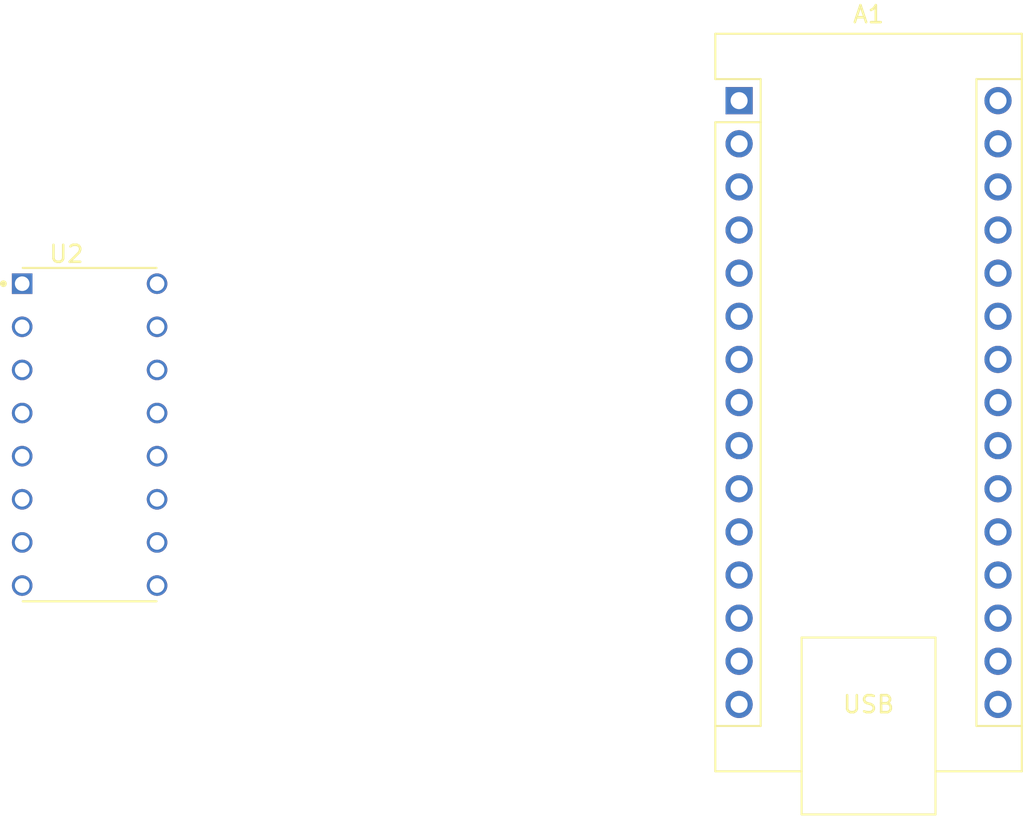
<source format=kicad_pcb>
(kicad_pcb (version 20240108) (generator "pcbnew") (generator_version "8.0")
  (layers (0 "F.Cu" signal) (31 "B.Cu" signal) (34 "B.Paste" user) (35 "F.Paste" user) (36 "B.SilkS" user "B.Silkscreen") (37 "F.SilkS" user "F.Silkscreen") (38 "B.Mask" user) (39 "F.Mask" user) (44 "Edge.Cuts" user))
  (net 0 "")
  (net 1 "F_Lung_SEL")
  (net 2 "MUX_Update_2")
  (net 7 "GND")
  (net 10 "F_General_SEL")
  (net 15 "MUX_Update_3")
  (net 19 "MUX_Update_1")
  (net 21 "+5V")
  (net 25 "F_SQE_SEL")
  (net 27 "F_S1_SEL")
  (net 30 "F_SQE_IN")
  (net 31 "F_Lung_IN")
  (net 32 "F_Lung_OUT")
  (net 33 "F_General_IN")
  (net 34 "F_General_OUT")
  (net 35 "F_S1_IN")
  (net 36 "F_SQE_OUT")
  (net 37 "F_S1_OUT")
  (net 38 "-12V")
  (net 39 "+12V")
  (footprint "Module:Arduino_Nano" (layer "F.Cu") (at 168.76 43.44)
    (property "Reference" "A1" (at 7.62 -5.08 0) (layer "F.SilkS"))
    (property "Value" "Arduino_Nano_v2.x")
    (fp_line (start -1.4 -3.94) (end -1.4 -1.27) (stroke (width 0.12)) (layer "F.SilkS"))
    (fp_line (start -1.4 1.27) (end -1.4 39.5) (stroke (width 0.12)) (layer "F.SilkS"))
    (fp_line (start -1.4 39.5) (end 3.68 39.5) (stroke (width 0.12)) (layer "F.SilkS"))
    (fp_line (start 1.27 -1.27) (end -1.4 -1.27) (stroke (width 0.12)) (layer "F.SilkS"))
    (fp_line (start 1.27 1.27) (end -1.4 1.27) (stroke (width 0.12)) (layer "F.SilkS"))
    (fp_line (start 1.27 1.27) (end 1.27 -1.27) (stroke (width 0.12)) (layer "F.SilkS"))
    (fp_line (start 1.27 1.27) (end 1.27 36.83) (stroke (width 0.12)) (layer "F.SilkS"))
    (fp_line (start 1.27 36.83) (end -1.4 36.83) (stroke (width 0.12)) (layer "F.SilkS"))
    (fp_line (start 3.68 31.62) (end 11.56 31.62) (stroke (width 0.12)) (layer "F.SilkS"))
    (fp_line (start 3.68 42.04) (end 3.68 31.62) (stroke (width 0.12)) (layer "F.SilkS"))
    (fp_line (start 11.56 31.62) (end 11.56 42.04) (stroke (width 0.12)) (layer "F.SilkS"))
    (fp_line (start 11.56 42.04) (end 3.68 42.04) (stroke (width 0.12)) (layer "F.SilkS"))
    (fp_line (start 13.97 -1.27) (end 13.97 36.83) (stroke (width 0.12)) (layer "F.SilkS"))
    (fp_line (start 13.97 -1.27) (end 16.64 -1.27) (stroke (width 0.12)) (layer "F.SilkS"))
    (fp_line (start 13.97 36.83) (end 16.64 36.83) (stroke (width 0.12)) (layer "F.SilkS"))
    (fp_line (start 16.64 -3.94) (end -1.4 -3.94) (stroke (width 0.12)) (layer "F.SilkS"))
    (fp_line (start 16.64 39.5) (end 11.56 39.5) (stroke (width 0.12)) (layer "F.SilkS"))
    (fp_line (start 16.64 39.5) (end 16.64 -3.94) (stroke (width 0.12)) (layer "F.SilkS"))
    (fp_text user "USB" (at 7.62 35.56 0) (layer "F.SilkS"))
    (pad "1" thru_hole rect (at 0 0) (size 1.6 1.6) (drill 1) (layers "*.Cu" "*.Mask"))
    (pad "2" thru_hole oval (at 0 2.54) (size 1.6 1.6) (drill 1) (layers "*.Cu" "*.Mask"))
    (pad "3" thru_hole oval (at 0 5.08) (size 1.6 1.6) (drill 1) (layers "*.Cu" "*.Mask"))
    (pad "4" thru_hole oval (at 0 7.62) (size 1.6 1.6) (drill 1) (layers "*.Cu" "*.Mask") (net 7 "GND"))
    (pad "5" thru_hole oval (at 0 10.16) (size 1.6 1.6) (drill 1) (layers "*.Cu" "*.Mask"))
    (pad "6" thru_hole oval (at 0 12.7) (size 1.6 1.6) (drill 1) (layers "*.Cu" "*.Mask") (net 19 "MUX_Update_1"))
    (pad "7" thru_hole oval (at 0 15.24) (size 1.6 1.6) (drill 1) (layers "*.Cu" "*.Mask") (net 2 "MUX_Update_2"))
    (pad "8" thru_hole oval (at 0 17.78) (size 1.6 1.6) (drill 1) (layers "*.Cu" "*.Mask") (net 15 "MUX_Update_3"))
    (pad "9" thru_hole oval (at 0 20.32) (size 1.6 1.6) (drill 1) (layers "*.Cu" "*.Mask") (net 27 "F_S1_SEL"))
    (pad "10" thru_hole oval (at 0 22.86) (size 1.6 1.6) (drill 1) (layers "*.Cu" "*.Mask") (net 1 "F_Lung_SEL"))
    (pad "11" thru_hole oval (at 0 25.4) (size 1.6 1.6) (drill 1) (layers "*.Cu" "*.Mask") (net 10 "F_General_SEL"))
    (pad "12" thru_hole oval (at 0 27.94) (size 1.6 1.6) (drill 1) (layers "*.Cu" "*.Mask") (net 25 "F_SQE_SEL"))
    (pad "13" thru_hole oval (at 0 30.48) (size 1.6 1.6) (drill 1) (layers "*.Cu" "*.Mask"))
    (pad "14" thru_hole oval (at 0 33.02) (size 1.6 1.6) (drill 1) (layers "*.Cu" "*.Mask"))
    (pad "15" thru_hole oval (at 0 35.56) (size 1.6 1.6) (drill 1) (layers "*.Cu" "*.Mask"))
    (pad "16" thru_hole oval (at 15.24 35.56) (size 1.6 1.6) (drill 1) (layers "*.Cu" "*.Mask"))
    (pad "17" thru_hole oval (at 15.24 33.02) (size 1.6 1.6) (drill 1) (layers "*.Cu" "*.Mask"))
    (pad "18" thru_hole oval (at 15.24 30.48) (size 1.6 1.6) (drill 1) (layers "*.Cu" "*.Mask"))
    (pad "19" thru_hole oval (at 15.24 27.94) (size 1.6 1.6) (drill 1) (layers "*.Cu" "*.Mask"))
    (pad "20" thru_hole oval (at 15.24 25.4) (size 1.6 1.6) (drill 1) (layers "*.Cu" "*.Mask"))
    (pad "21" thru_hole oval (at 15.24 22.86) (size 1.6 1.6) (drill 1) (layers "*.Cu" "*.Mask"))
    (pad "22" thru_hole oval (at 15.24 20.32) (size 1.6 1.6) (drill 1) (layers "*.Cu" "*.Mask"))
    (pad "23" thru_hole oval (at 15.24 17.78) (size 1.6 1.6) (drill 1) (layers "*.Cu" "*.Mask"))
    (pad "24" thru_hole oval (at 15.24 15.24) (size 1.6 1.6) (drill 1) (layers "*.Cu" "*.Mask"))
    (pad "25" thru_hole oval (at 15.24 12.7) (size 1.6 1.6) (drill 1) (layers "*.Cu" "*.Mask"))
    (pad "26" thru_hole oval (at 15.24 10.16) (size 1.6 1.6) (drill 1) (layers "*.Cu" "*.Mask"))
    (pad "27" thru_hole oval (at 15.24 7.62) (size 1.6 1.6) (drill 1) (layers "*.Cu" "*.Mask") (net 21 "+5V"))
    (pad "28" thru_hole oval (at 15.24 5.08) (size 1.6 1.6) (drill 1) (layers "*.Cu" "*.Mask"))
    (pad "29" thru_hole oval (at 15.24 2.54) (size 1.6 1.6) (drill 1) (layers "*.Cu" "*.Mask") (net 7 "GND"))
    (pad "30" thru_hole oval (at 15.24 0) (size 1.6 1.6) (drill 1) (layers "*.Cu" "*.Mask"))
  )
  (footprint "DG445CJ:DIP794W47P254L1943H457Q16" (layer "F.Cu") (at 130.53 63.11)
    (property "Reference" "U2" (at -1.365 -10.635 0) (layer "F.SilkS"))
    (property "Value" "DG445CJ")
    (fp_line (start -3.935 -9.817) (end 3.935 -9.817) (stroke (width 0.127)) (layer "F.SilkS"))
    (fp_line (start -3.935 9.817) (end 3.935 9.817) (stroke (width 0.127)) (layer "F.SilkS"))
    (fp_circle (center -5.075 -8.89) (end -4.975 -8.89) (stroke (width 0.2)) (fill none) (layer "F.SilkS"))
    (pad "1" thru_hole rect (at -3.97 -8.89) (size 1.21 1.21) (drill 0.86) (layers "*.Cu" "*.Mask") (net 27 "F_S1_SEL"))
    (pad "2" thru_hole circle (at -3.97 -6.35) (size 1.21 1.21) (drill 0.86) (layers "*.Cu" "*.Mask") (net 35 "F_S1_IN"))
    (pad "3" thru_hole circle (at -3.97 -3.81) (size 1.21 1.21) (drill 0.86) (layers "*.Cu" "*.Mask") (net 37 "F_S1_OUT"))
    (pad "4" thru_hole circle (at -3.97 -1.27) (size 1.21 1.21) (drill 0.86) (layers "*.Cu" "*.Mask") (net 38 "-12V"))
    (pad "5" thru_hole circle (at -3.97 1.27) (size 1.21 1.21) (drill 0.86) (layers "*.Cu" "*.Mask") (net 7 "GND"))
    (pad "6" thru_hole circle (at -3.97 3.81) (size 1.21 1.21) (drill 0.86) (layers "*.Cu" "*.Mask") (net 36 "F_SQE_OUT"))
    (pad "7" thru_hole circle (at -3.97 6.35) (size 1.21 1.21) (drill 0.86) (layers "*.Cu" "*.Mask") (net 30 "F_SQE_IN"))
    (pad "8" thru_hole circle (at -3.97 8.89) (size 1.21 1.21) (drill 0.86) (layers "*.Cu" "*.Mask") (net 25 "F_SQE_SEL"))
    (pad "9" thru_hole circle (at 3.97 8.89) (size 1.21 1.21) (drill 0.86) (layers "*.Cu" "*.Mask") (net 10 "F_General_SEL"))
    (pad "10" thru_hole circle (at 3.97 6.35) (size 1.21 1.21) (drill 0.86) (layers "*.Cu" "*.Mask") (net 33 "F_General_IN"))
    (pad "11" thru_hole circle (at 3.97 3.81) (size 1.21 1.21) (drill 0.86) (layers "*.Cu" "*.Mask") (net 34 "F_General_OUT"))
    (pad "12" thru_hole circle (at 3.97 1.27) (size 1.21 1.21) (drill 0.86) (layers "*.Cu" "*.Mask") (net 21 "+5V"))
    (pad "13" thru_hole circle (at 3.97 -1.27) (size 1.21 1.21) (drill 0.86) (layers "*.Cu" "*.Mask") (net 39 "+12V"))
    (pad "14" thru_hole circle (at 3.97 -3.81) (size 1.21 1.21) (drill 0.86) (layers "*.Cu" "*.Mask") (net 32 "F_Lung_OUT"))
    (pad "15" thru_hole circle (at 3.97 -6.35) (size 1.21 1.21) (drill 0.86) (layers "*.Cu" "*.Mask") (net 31 "F_Lung_IN"))
    (pad "16" thru_hole circle (at 3.97 -8.89) (size 1.21 1.21) (drill 0.86) (layers "*.Cu" "*.Mask") (net 1 "F_Lung_SEL"))
  )
)
</source>
